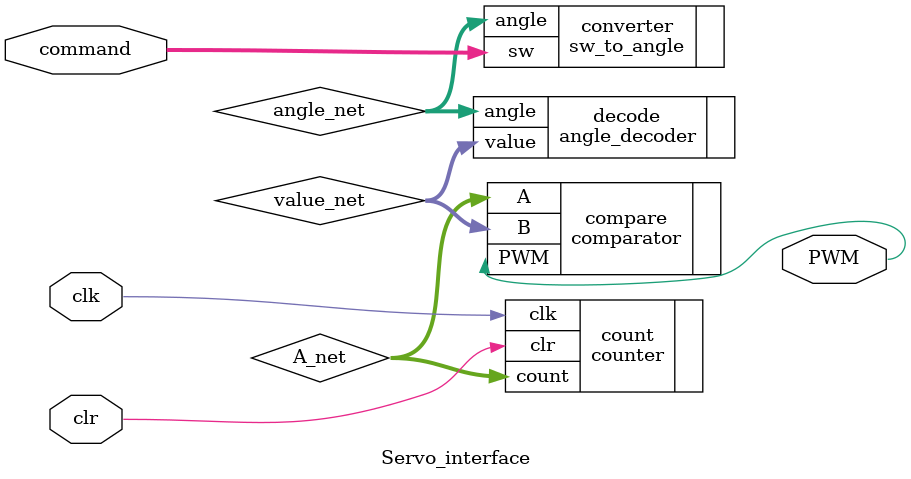
<source format=v>
`timescale 1ns / 1ps

module Servo_interface (
    input [31:0] command,
    input clr,
    input clk,
    output PWM
    );
    
    wire [19:0] A_net;
    wire [19:0] value_net;
    wire [8:0] angle_net;
    
    // Convert the incoming switch value
    // to an angle.
    sw_to_angle converter(
        .sw(command),
        .angle(angle_net)
        );
    
    // Convert the angle value to 
    // the constant value needed for the PWM.
    angle_decoder decode(
        .angle(angle_net),
        .value(value_net)
        );
    
    // Compare the count value from the
    // counter, with the constant value set by
    // the switches.
    comparator compare(
        .A(A_net),
        .B(value_net),
        .PWM(PWM)
        );
      
    // Counts up to a certain value and then resets.
    // This module creates the refresh rate of 20ms.   
    counter count(
        .clr(clr),
        .clk(clk),
        .count(A_net)
        );
        
endmodule

</source>
